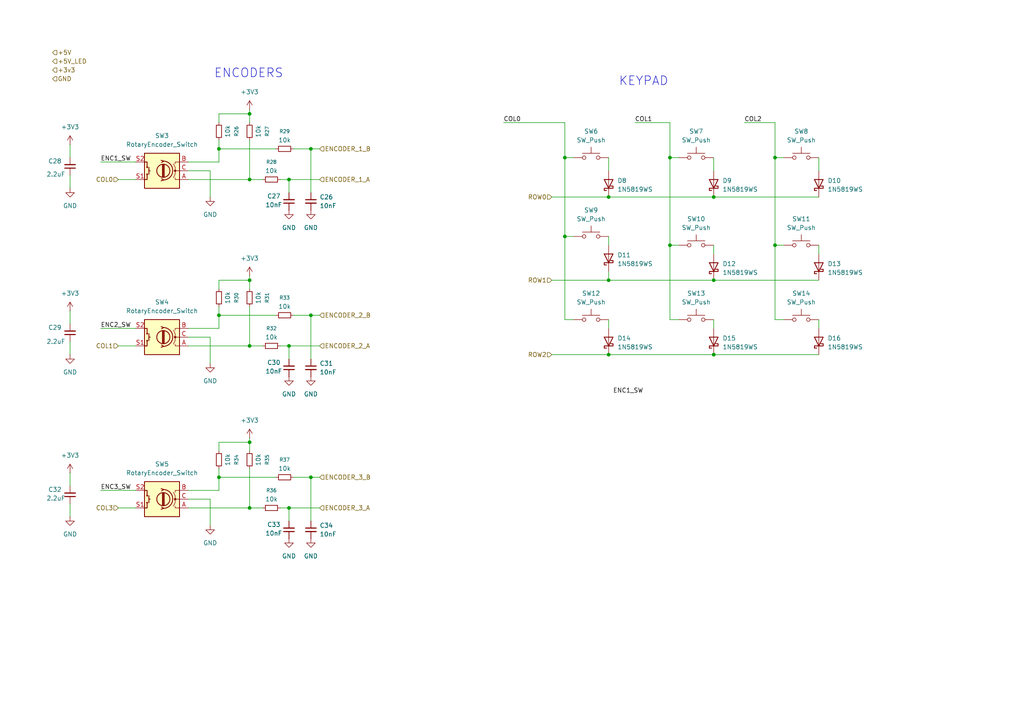
<source format=kicad_sch>
(kicad_sch (version 20250114) (generator "eeschema") (generator_version "9.0")
  (paper "A4")
  (lib_symbols
    (symbol "Device:C_Small" (pin_numbers (hide yes)) (pin_names (offset 0.254) (hide yes))
      (property "Reference" "C" (at 0.254 1.778 0))
      (property "Value" "C_Small" (at 0.254 -2.032 0))
      (symbol "C_Small_0_1"
        (polyline (pts (xy -1.524 0.508) (xy 1.524 0.508)) (stroke (width 0.3048)))
        (polyline (pts (xy -1.524 -0.508) (xy 1.524 -0.508)) (stroke (width 0.3302)))
      )
      (symbol "C_Small_1_1"
        (pin passive line (at 0 2.54 270) (length 2.032) (name "~") (number "1"))
        (pin passive line (at 0 -2.54 90) (length 2.032) (name "~") (number "2"))
      )
    )
    (symbol "Device:R_Small" (pin_numbers (hide yes)) (pin_names (offset 0.254) (hide yes))
      (property "Reference" "R" (at 0 0 90))
      (property "Value" "R_Small" (at 1.778 0 90))
      (symbol "R_Small_0_1"
        (rectangle (start -0.762 1.778) (end 0.762 -1.778) (stroke (width 0.2032)))
      )
      (symbol "R_Small_1_1"
        (pin passive line (at 0 2.54 270) (length 0.762) (name "~") (number "1"))
        (pin passive line (at 0 -2.54 90) (length 0.762) (name "~") (number "2"))
      )
    )
    (symbol "Device:RotaryEncoder_Switch" (pin_names (offset 0.254) (hide yes))
      (property "Reference" "SW" (at 0 6.604 0))
      (property "Value" "RotaryEncoder_Switch" (at 0 -6.604 0))
      (symbol "RotaryEncoder_Switch_0_1"
        (rectangle (start -5.08 5.08) (end 5.08 -5.08) (stroke (width 0.254)) (fill (type background)))
        (polyline (pts (xy -5.08 2.54) (xy -3.81 2.54) (xy -3.81 2.032)))
        (polyline (pts (xy -5.08 0) (xy -3.81 0) (xy -3.81 -1.016) (xy -3.302 -2.032)))
        (polyline (pts (xy -5.08 -2.54) (xy -3.81 -2.54) (xy -3.81 -2.032)))
        (polyline (pts (xy -4.318 0) (xy -3.81 0) (xy -3.81 1.016) (xy -3.302 2.032)))
        (circle (center -3.81 0) (radius 0.254) (fill (type outline)))
        (polyline (pts (xy -0.635 -1.778) (xy -0.635 1.778)) (stroke (width 0.254)))
        (circle (center -0.381 0) (radius 1.905) (stroke (width 0.254)))
        (polyline (pts (xy -0.381 -1.778) (xy -0.381 1.778)) (stroke (width 0.254)))
        (arc (start -0.381 -2.794) (mid -3.0988 -0.0635) (end -0.381 2.667) (stroke (width 0.254)))
        (polyline (pts (xy -0.127 1.778) (xy -0.127 -1.778)) (stroke (width 0.254)))
        (polyline (pts (xy 0.254 2.921) (xy -0.508 2.667) (xy 0.127 2.286)) (stroke (width 0.254)))
        (polyline (pts (xy 0.254 -3.048) (xy -0.508 -2.794) (xy 0.127 -2.413)) (stroke (width 0.254)))
        (polyline (pts (xy 3.81 1.016) (xy 3.81 -1.016)) (stroke (width 0.254)))
        (polyline (pts (xy 3.81 0) (xy 3.429 0)) (stroke (width 0.254)))
        (circle (center 4.318 1.016) (radius 0.127) (stroke (width 0.254)))
        (circle (center 4.318 -1.016) (radius 0.127) (stroke (width 0.254)))
        (polyline (pts (xy 5.08 2.54) (xy 4.318 2.54) (xy 4.318 1.016)) (stroke (width 0.254)))
        (polyline (pts (xy 5.08 -2.54) (xy 4.318 -2.54) (xy 4.318 -1.016)) (stroke (width 0.254)))
      )
      (symbol "RotaryEncoder_Switch_1_1"
        (pin passive line (at -7.62 2.54 0) (length 2.54) (name "A") (number "A"))
        (pin passive line (at -7.62 0 0) (length 2.54) (name "C") (number "C"))
        (pin passive line (at -7.62 -2.54 0) (length 2.54) (name "B") (number "B"))
        (pin passive line (at 7.62 2.54 180) (length 2.54) (name "S1") (number "S1"))
        (pin passive line (at 7.62 -2.54 180) (length 2.54) (name "S2") (number "S2"))
      )
    )
    (symbol "Diode:1N5819WS" (pin_numbers (hide yes)) (pin_names (offset 1.016) (hide yes))
      (property "Reference" "D" (at 0 2.54 0))
      (property "Value" "1N5819WS" (at 0 -2.54 0))
      (symbol "1N5819WS_0_1"
        (polyline (pts (xy -1.905 0.635) (xy -1.905 1.27) (xy -1.27 1.27) (xy -1.27 -1.27) (xy -0.635 -1.27) (xy -0.635 -0.635)) (stroke (width 0.254)))
        (polyline (pts (xy 1.27 1.27) (xy 1.27 -1.27) (xy -1.27 0) (xy 1.27 1.27)) (stroke (width 0.254)))
        (polyline (pts (xy 1.27 0) (xy -1.27 0)))
      )
      (symbol "1N5819WS_1_1"
        (pin passive line (at -3.81 0 0) (length 2.54) (name "K") (number "1"))
        (pin passive line (at 3.81 0 180) (length 2.54) (name "A") (number "2"))
      )
    )
    (symbol "Switch:SW_Push" (pin_numbers (hide yes)) (pin_names (offset 1.016) (hide yes))
      (property "Reference" "SW" (at 1.27 2.54 0))
      (property "Value" "SW_Push" (at 0 -1.524 0))
      (symbol "SW_Push_0_1"
        (circle (center -2.032 0) (radius 0.508))
        (polyline (pts (xy 0 1.27) (xy 0 3.048)))
        (circle (center 2.032 0) (radius 0.508))
        (polyline (pts (xy 2.54 1.27) (xy -2.54 1.27)))
        (pin passive line (at -5.08 0 0) (length 2.54) (name "1") (number "1"))
        (pin passive line (at 5.08 0 180) (length 2.54) (name "2") (number "2"))
      )
    )
    (symbol "power:+3V3" (power) (pin_numbers (hide yes)) (pin_names (offset 0) (hide yes))
      (property "Value" "+3V3" (at 0 3.556 0))
      (symbol "+3V3_0_1"
        (polyline (pts (xy -0.762 1.27) (xy 0 2.54)))
        (polyline (pts (xy 0 2.54) (xy 0.762 1.27)))
        (polyline (pts (xy 0 0) (xy 0 2.54)))
      )
      (symbol "+3V3_1_1"
        (pin power_in line (at 0 0 90) (length 0) (name "~") (number "1"))
      )
    )
    (symbol "power:GND" (power) (pin_numbers (hide yes)) (pin_names (offset 0) (hide yes))
      (property "Value" "GND" (at 0 -3.81 0))
      (symbol "GND_0_1"
        (polyline (pts (xy 0 0) (xy 0 -1.27) (xy 1.27 -1.27) (xy 0 -2.54) (xy -1.27 -1.27) (xy 0 -1.27)))
      )
      (symbol "GND_1_1"
        (pin power_in line (at 0 0 270) (length 0) (name "~") (number "1"))
      )
    )
  )
  (text "KEYPAD" (at 186.69 23.622 0) (effects (font (size 2.54 2.54))))
  (text "ENCODERS" (at 72.136 21.336 0) (effects (font (size 2.54 2.54))))
  (junction (at 207.01 57.15))
  (junction (at 90.17 43.18))
  (junction (at 63.5 43.18))
  (junction (at 72.39 147.32))
  (junction (at 72.39 128.27))
  (junction (at 194.31 71.12))
  (junction (at 207.01 81.28))
  (junction (at 72.39 52.07))
  (junction (at 83.82 147.32))
  (junction (at 90.17 91.44))
  (junction (at 176.53 81.28))
  (junction (at 83.82 100.33))
  (junction (at 207.01 102.87))
  (junction (at 224.79 71.12))
  (junction (at 63.5 138.43))
  (junction (at 163.83 68.58))
  (junction (at 163.83 45.72))
  (junction (at 176.53 57.15))
  (junction (at 72.39 33.02))
  (junction (at 83.82 52.07))
  (junction (at 90.17 138.43))
  (junction (at 72.39 81.28))
  (junction (at 72.39 100.33))
  (junction (at 63.5 91.44))
  (junction (at 194.31 45.72))
  (junction (at 176.53 102.87))
  (junction (at 224.79 45.72))
  (wire (pts (xy 54.61 95.25) (xy 63.5 95.25)))
  (wire (pts (xy 224.79 92.71) (xy 227.33 92.71)))
  (wire (pts (xy 54.61 97.79) (xy 60.96 97.79)))
  (wire (pts (xy 207.01 45.72) (xy 207.01 49.53)))
  (wire (pts (xy 72.39 128.27) (xy 72.39 130.81)))
  (wire (pts (xy 63.5 81.28) (xy 72.39 81.28)))
  (wire (pts (xy 72.39 52.07) (xy 76.2 52.07)))
  (wire (pts (xy 194.31 35.56) (xy 194.31 45.72)))
  (wire (pts (xy 54.61 100.33) (xy 72.39 100.33)))
  (wire (pts (xy 207.01 71.12) (xy 207.01 73.66)))
  (wire (pts (xy 163.83 35.56) (xy 163.83 45.72)))
  (wire (pts (xy 215.9 35.56) (xy 224.79 35.56)))
  (wire (pts (xy 160.02 81.28) (xy 176.53 81.28)))
  (wire (pts (xy 72.39 128.27) (xy 72.39 127)))
  (wire (pts (xy 194.31 71.12) (xy 196.85 71.12)))
  (wire (pts (xy 20.32 41.91) (xy 20.32 45.72)))
  (wire (pts (xy 83.82 147.32) (xy 83.82 151.13)))
  (wire (pts (xy 29.21 46.99) (xy 39.37 46.99)))
  (wire (pts (xy 163.83 45.72) (xy 166.37 45.72)))
  (wire (pts (xy 207.01 81.28) (xy 237.49 81.28)))
  (wire (pts (xy 54.61 142.24) (xy 63.5 142.24)))
  (wire (pts (xy 83.82 100.33) (xy 83.82 104.14)))
  (wire (pts (xy 72.39 33.02) (xy 72.39 31.75)))
  (wire (pts (xy 83.82 52.07) (xy 92.71 52.07)))
  (wire (pts (xy 63.5 40.64) (xy 63.5 43.18)))
  (wire (pts (xy 63.5 91.44) (xy 80.01 91.44)))
  (wire (pts (xy 224.79 71.12) (xy 224.79 92.71)))
  (wire (pts (xy 81.28 52.07) (xy 83.82 52.07)))
  (wire (pts (xy 160.02 57.15) (xy 176.53 57.15)))
  (wire (pts (xy 85.09 138.43) (xy 90.17 138.43)))
  (wire (pts (xy 176.53 92.71) (xy 176.53 95.25)))
  (wire (pts (xy 72.39 135.89) (xy 72.39 147.32)))
  (wire (pts (xy 34.29 100.33) (xy 39.37 100.33)))
  (wire (pts (xy 85.09 43.18) (xy 90.17 43.18)))
  (wire (pts (xy 54.61 144.78) (xy 60.96 144.78)))
  (wire (pts (xy 34.29 52.07) (xy 39.37 52.07)))
  (wire (pts (xy 207.01 92.71) (xy 207.01 95.25)))
  (wire (pts (xy 207.01 102.87) (xy 237.49 102.87)))
  (wire (pts (xy 63.5 91.44) (xy 63.5 95.25)))
  (wire (pts (xy 184.15 35.56) (xy 194.31 35.56)))
  (wire (pts (xy 81.28 147.32) (xy 83.82 147.32)))
  (wire (pts (xy 163.83 45.72) (xy 163.83 68.58)))
  (wire (pts (xy 83.82 147.32) (xy 92.71 147.32)))
  (wire (pts (xy 163.83 92.71) (xy 166.37 92.71)))
  (wire (pts (xy 163.83 68.58) (xy 163.83 92.71)))
  (wire (pts (xy 63.5 83.82) (xy 63.5 81.28)))
  (wire (pts (xy 20.32 137.16) (xy 20.32 140.97)))
  (wire (pts (xy 85.09 91.44) (xy 90.17 91.44)))
  (wire (pts (xy 20.32 50.8) (xy 20.32 54.61)))
  (wire (pts (xy 54.61 49.53) (xy 60.96 49.53)))
  (wire (pts (xy 83.82 100.33) (xy 92.71 100.33)))
  (wire (pts (xy 29.21 95.25) (xy 39.37 95.25)))
  (wire (pts (xy 237.49 71.12) (xy 237.49 73.66)))
  (wire (pts (xy 176.53 78.74) (xy 176.53 81.28)))
  (wire (pts (xy 54.61 46.99) (xy 63.5 46.99)))
  (wire (pts (xy 63.5 128.27) (xy 72.39 128.27)))
  (wire (pts (xy 60.96 49.53) (xy 60.96 57.15)))
  (wire (pts (xy 163.83 68.58) (xy 166.37 68.58)))
  (wire (pts (xy 63.5 33.02) (xy 72.39 33.02)))
  (wire (pts (xy 20.32 90.17) (xy 20.32 93.98)))
  (wire (pts (xy 60.96 144.78) (xy 60.96 152.4)))
  (wire (pts (xy 72.39 81.28) (xy 72.39 80.01)))
  (wire (pts (xy 20.32 146.05) (xy 20.32 149.86)))
  (wire (pts (xy 81.28 100.33) (xy 83.82 100.33)))
  (wire (pts (xy 224.79 35.56) (xy 224.79 45.72)))
  (wire (pts (xy 176.53 45.72) (xy 176.53 49.53)))
  (wire (pts (xy 63.5 138.43) (xy 80.01 138.43)))
  (wire (pts (xy 176.53 102.87) (xy 207.01 102.87)))
  (wire (pts (xy 90.17 138.43) (xy 90.17 151.13)))
  (wire (pts (xy 54.61 52.07) (xy 72.39 52.07)))
  (wire (pts (xy 90.17 43.18) (xy 90.17 55.88)))
  (wire (pts (xy 72.39 88.9) (xy 72.39 100.33)))
  (wire (pts (xy 72.39 147.32) (xy 76.2 147.32)))
  (wire (pts (xy 146.05 35.56) (xy 163.83 35.56)))
  (wire (pts (xy 194.31 92.71) (xy 196.85 92.71)))
  (wire (pts (xy 90.17 91.44) (xy 90.17 104.14)))
  (wire (pts (xy 72.39 33.02) (xy 72.39 35.56)))
  (wire (pts (xy 224.79 45.72) (xy 224.79 71.12)))
  (wire (pts (xy 63.5 35.56) (xy 63.5 33.02)))
  (wire (pts (xy 20.32 99.06) (xy 20.32 102.87)))
  (wire (pts (xy 207.01 57.15) (xy 237.49 57.15)))
  (wire (pts (xy 60.96 97.79) (xy 60.96 105.41)))
  (wire (pts (xy 224.79 71.12) (xy 227.33 71.12)))
  (wire (pts (xy 54.61 147.32) (xy 72.39 147.32)))
  (wire (pts (xy 176.53 57.15) (xy 207.01 57.15)))
  (wire (pts (xy 63.5 43.18) (xy 63.5 46.99)))
  (wire (pts (xy 63.5 88.9) (xy 63.5 91.44)))
  (wire (pts (xy 63.5 135.89) (xy 63.5 138.43)))
  (wire (pts (xy 72.39 40.64) (xy 72.39 52.07)))
  (wire (pts (xy 72.39 81.28) (xy 72.39 83.82)))
  (wire (pts (xy 83.82 52.07) (xy 83.82 55.88)))
  (wire (pts (xy 90.17 138.43) (xy 92.71 138.43)))
  (wire (pts (xy 194.31 45.72) (xy 196.85 45.72)))
  (wire (pts (xy 34.29 147.32) (xy 39.37 147.32)))
  (wire (pts (xy 176.53 68.58) (xy 176.53 71.12)))
  (wire (pts (xy 90.17 43.18) (xy 92.71 43.18)))
  (wire (pts (xy 237.49 92.71) (xy 237.49 95.25)))
  (wire (pts (xy 29.21 142.24) (xy 39.37 142.24)))
  (wire (pts (xy 194.31 71.12) (xy 194.31 92.71)))
  (wire (pts (xy 72.39 100.33) (xy 76.2 100.33)))
  (wire (pts (xy 90.17 91.44) (xy 92.71 91.44)))
  (wire (pts (xy 194.31 45.72) (xy 194.31 71.12)))
  (wire (pts (xy 160.02 102.87) (xy 176.53 102.87)))
  (wire (pts (xy 63.5 130.81) (xy 63.5 128.27)))
  (wire (pts (xy 237.49 45.72) (xy 237.49 49.53)))
  (wire (pts (xy 176.53 81.28) (xy 207.01 81.28)))
  (wire (pts (xy 63.5 138.43) (xy 63.5 142.24)))
  (wire (pts (xy 224.79 45.72) (xy 227.33 45.72)))
  (wire (pts (xy 63.5 43.18) (xy 80.01 43.18)))
  (label "COL1" (at 184.15 35.56 0))
  (label "COL0" (at 146.05 35.56 0))
  (label "ENC2_SW" (at 29.21 95.25 0))
  (label "ENC3_SW" (at 29.21 142.24 0))
  (label "COL2" (at 215.9 35.56 0))
  (label "ENC1_SW" (at 177.8 114.3 0))
  (label "ENC1_SW" (at 29.21 46.99 0))
  (hierarchical_label "ENCODER_1_B" (shape input) (at 92.71 43.18 0))
  (hierarchical_label "ENCODER_3_A" (shape input) (at 92.71 147.32 0))
  (hierarchical_label "COL0" (shape input) (at 34.29 52.07 180))
  (hierarchical_label "ROW2" (shape input) (at 160.02 102.87 180))
  (hierarchical_label "ENCODER_2_A" (shape input) (at 92.71 100.33 0))
  (hierarchical_label "ENCODER_2_B" (shape input) (at 92.71 91.44 0))
  (hierarchical_label "GND" (shape input) (at 15.24 22.86 0))
  (hierarchical_label "COL3" (shape input) (at 34.29 147.32 180))
  (hierarchical_label "ENCODER_3_B" (shape input) (at 92.71 138.43 0))
  (hierarchical_label "+3v3" (shape input) (at 15.24 20.32 0))
  (hierarchical_label "COL1" (shape input) (at 34.29 100.33 180))
  (hierarchical_label "+5V" (shape input) (at 15.24 15.24 0))
  (hierarchical_label "ENCODER_1_A" (shape input) (at 92.71 52.07 0))
  (hierarchical_label "+5V_LED" (shape input) (at 15.24 17.78 0))
  (hierarchical_label "ROW0" (shape input) (at 160.02 57.15 180))
  (hierarchical_label "ROW1" (shape input) (at 160.02 81.28 180))
  (symbol (lib_id "Switch:SW_Push") (at 232.41 92.71 0) (unit 1)
    (property "Reference" "SW14" (at 232.41 85.09 0))
    (property "Value" "SW_Push" (at 232.41 87.63 0))
    (property "Description" "Push button switch, generic, two pins" (effects (hide yes)))
  )
  (symbol (lib_id "Device:RotaryEncoder_Switch") (at 46.99 49.53 180) (unit 1)
    (property "Reference" "SW3" (at 46.99 39.37 0))
    (property "Value" "RotaryEncoder_Switch" (at 46.99 41.91 0))
    (property "Description" "Rotary encoder, dual channel, incremental quadrate outputs, with switch" (effects (hide yes)))
  )
  (symbol (lib_id "Diode:1N5819WS") (at 207.01 53.34 90) (unit 1)
    (property "Reference" "D9" (at 209.55 52.3874 90) (effects (justify right)))
    (property "Value" "1N5819WS" (at 209.55 54.9274 90) (effects (justify right)))
    (property "Footprint" "Diode_SMD:D_SOD-323" (effects (hide yes)))
    (property "Datasheet" "https://datasheet.lcsc.com/lcsc/2204281430_Guangdong-Hottech-1N5819WS_C191023.pdf" (effects (hide yes)))
    (property "Description" "40V 600mV@1A 1A SOD-323 Schottky Barrier Diodes, SOD-323" (effects (hide yes)))
  )
  (symbol (lib_id "power:GND") (at 90.17 109.22 0) (unit 1)
    (property "Reference" "#PWR062" (effects (hide yes)))
    (property "Value" "GND" (at 90.17 114.3 0))
    (property "Description" "Power symbol creates a global label with name \"GND\" , ground" (effects (hide yes)))
  )
  (symbol (lib_id "Device:R_Small") (at 82.55 91.44 90) (unit 1)
    (property "Reference" "R33" (at 82.55 86.36 90) (effects (font (size 1.016 1.016))))
    (property "Value" "10k" (at 82.55 88.9 90))
    (property "Description" "Resistor, small symbol" (effects (hide yes)))
  )
  (symbol (lib_id "Switch:SW_Push") (at 232.41 45.72 0) (unit 1)
    (property "Reference" "SW8" (at 232.41 38.1 0))
    (property "Value" "SW_Push" (at 232.41 40.64 0))
    (property "Description" "Push button switch, generic, two pins" (effects (hide yes)))
  )
  (symbol (lib_id "Device:R_Small") (at 63.5 133.35 0) (unit 1)
    (property "Reference" "R34" (at 68.58 133.35 90) (effects (font (size 1.016 1.016))))
    (property "Value" "10k" (at 66.04 133.35 90))
    (property "Description" "Resistor, small symbol" (effects (hide yes)))
  )
  (symbol (lib_id "power:+3V3") (at 20.32 137.16 0) (unit 1)
    (property "Reference" "#PWR063" (effects (hide yes)))
    (property "Value" "+3V3" (at 20.32 132.08 0))
    (property "Description" "Power symbol creates a global label with name \"+3V3\"" (effects (hide yes)))
  )
  (symbol (lib_id "power:GND") (at 83.82 109.22 0) (unit 1)
    (property "Reference" "#PWR061" (effects (hide yes)))
    (property "Value" "GND" (at 83.82 114.3 0))
    (property "Description" "Power symbol creates a global label with name \"GND\" , ground" (effects (hide yes)))
  )
  (symbol (lib_id "Switch:SW_Push") (at 171.45 45.72 0) (unit 1)
    (property "Reference" "SW6" (at 171.45 38.1 0))
    (property "Value" "SW_Push" (at 171.45 40.64 0))
    (property "Description" "Push button switch, generic, two pins" (effects (hide yes)))
  )
  (symbol (lib_id "Diode:1N5819WS") (at 207.01 77.47 90) (unit 1)
    (property "Reference" "D12" (at 209.55 76.5174 90) (effects (justify right)))
    (property "Value" "1N5819WS" (at 209.55 79.0574 90) (effects (justify right)))
    (property "Footprint" "Diode_SMD:D_SOD-323" (effects (hide yes)))
    (property "Datasheet" "https://datasheet.lcsc.com/lcsc/2204281430_Guangdong-Hottech-1N5819WS_C191023.pdf" (effects (hide yes)))
    (property "Description" "40V 600mV@1A 1A SOD-323 Schottky Barrier Diodes, SOD-323" (effects (hide yes)))
  )
  (symbol (lib_id "Device:R_Small") (at 82.55 138.43 90) (unit 1)
    (property "Reference" "R37" (at 82.55 133.35 90) (effects (font (size 1.016 1.016))))
    (property "Value" "10k" (at 82.55 135.89 90))
    (property "Description" "Resistor, small symbol" (effects (hide yes)))
  )
  (symbol (lib_id "power:+3V3") (at 20.32 41.91 0) (unit 1)
    (property "Reference" "#PWR055" (effects (hide yes)))
    (property "Value" "+3V3" (at 20.32 36.83 0))
    (property "Description" "Power symbol creates a global label with name \"+3V3\"" (effects (hide yes)))
  )
  (symbol (lib_id "Device:R_Small") (at 78.74 100.33 90) (unit 1)
    (property "Reference" "R32" (at 78.74 95.25 90) (effects (font (size 1.016 1.016))))
    (property "Value" "10k" (at 78.74 97.79 90))
    (property "Description" "Resistor, small symbol" (effects (hide yes)))
  )
  (symbol (lib_id "power:GND") (at 60.96 105.41 0) (unit 1)
    (property "Reference" "#PWR059" (effects (hide yes)))
    (property "Value" "GND" (at 60.96 110.49 0))
    (property "Description" "Power symbol creates a global label with name \"GND\" , ground" (effects (hide yes)))
  )
  (symbol (lib_id "Device:C_Small") (at 90.17 153.67 0) (unit 1)
    (property "Reference" "C34" (at 92.71 152.4062 0) (effects (justify left)))
    (property "Value" "10nF" (at 92.71 154.9462 0) (effects (justify left)))
    (property "Description" "Unpolarized capacitor, small symbol" (effects (hide yes)))
  )
  (symbol (lib_id "Diode:1N5819WS") (at 237.49 77.47 90) (unit 1)
    (property "Reference" "D13" (at 240.03 76.5174 90) (effects (justify right)))
    (property "Value" "1N5819WS" (at 240.03 79.0574 90) (effects (justify right)))
    (property "Footprint" "Diode_SMD:D_SOD-323" (effects (hide yes)))
    (property "Datasheet" "https://datasheet.lcsc.com/lcsc/2204281430_Guangdong-Hottech-1N5819WS_C191023.pdf" (effects (hide yes)))
    (property "Description" "40V 600mV@1A 1A SOD-323 Schottky Barrier Diodes, SOD-323" (effects (hide yes)))
  )
  (symbol (lib_id "power:+3V3") (at 72.39 80.01 0) (unit 1)
    (property "Reference" "#PWR060" (effects (hide yes)))
    (property "Value" "+3V3" (at 72.39 74.93 0))
    (property "Description" "Power symbol creates a global label with name \"+3V3\"" (effects (hide yes)))
  )
  (symbol (lib_id "Device:C_Small") (at 83.82 106.68 180) (unit 1)
    (property "Reference" "C30" (at 77.47 105.156 0) (effects (justify right)))
    (property "Value" "10nF" (at 76.962 107.696 0) (effects (justify right)))
    (property "Description" "Unpolarized capacitor, small symbol" (effects (hide yes)))
  )
  (symbol (lib_id "Device:C_Small") (at 20.32 143.51 180) (unit 1)
    (property "Reference" "C32" (at 13.97 141.986 0) (effects (justify right)))
    (property "Value" "2.2uF" (at 13.462 144.526 0) (effects (justify right)))
    (property "Description" "Unpolarized capacitor, small symbol" (effects (hide yes)))
  )
  (symbol (lib_id "Device:C_Small") (at 83.82 58.42 180) (unit 1)
    (property "Reference" "C27" (at 77.47 56.896 0) (effects (justify right)))
    (property "Value" "10nF" (at 76.962 59.436 0) (effects (justify right)))
    (property "Description" "Unpolarized capacitor, small symbol" (effects (hide yes)))
  )
  (symbol (lib_id "Device:R_Small") (at 72.39 86.36 0) (unit 1)
    (property "Reference" "R31" (at 77.47 86.36 90) (effects (font (size 1.016 1.016))))
    (property "Value" "10k" (at 74.93 86.36 90))
    (property "Description" "Resistor, small symbol" (effects (hide yes)))
  )
  (symbol (lib_id "Diode:1N5819WS") (at 237.49 53.34 90) (unit 1)
    (property "Reference" "D10" (at 240.03 52.3874 90) (effects (justify right)))
    (property "Value" "1N5819WS" (at 240.03 54.9274 90) (effects (justify right)))
    (property "Footprint" "Diode_SMD:D_SOD-323" (effects (hide yes)))
    (property "Datasheet" "https://datasheet.lcsc.com/lcsc/2204281430_Guangdong-Hottech-1N5819WS_C191023.pdf" (effects (hide yes)))
    (property "Description" "40V 600mV@1A 1A SOD-323 Schottky Barrier Diodes, SOD-323" (effects (hide yes)))
  )
  (symbol (lib_id "Device:R_Small") (at 63.5 86.36 0) (unit 1)
    (property "Reference" "R30" (at 68.58 86.36 90) (effects (font (size 1.016 1.016))))
    (property "Value" "10k" (at 66.04 86.36 90))
    (property "Description" "Resistor, small symbol" (effects (hide yes)))
  )
  (symbol (lib_id "power:+3V3") (at 72.39 31.75 0) (unit 1)
    (property "Reference" "#PWR052" (effects (hide yes)))
    (property "Value" "+3V3" (at 72.39 26.67 0))
    (property "Description" "Power symbol creates a global label with name \"+3V3\"" (effects (hide yes)))
  )
  (symbol (lib_id "power:GND") (at 20.32 54.61 0) (unit 1)
    (property "Reference" "#PWR056" (effects (hide yes)))
    (property "Value" "GND" (at 20.32 59.69 0))
    (property "Description" "Power symbol creates a global label with name \"GND\" , ground" (effects (hide yes)))
  )
  (symbol (lib_id "power:+3V3") (at 72.39 127 0) (unit 1)
    (property "Reference" "#PWR066" (effects (hide yes)))
    (property "Value" "+3V3" (at 72.39 121.92 0))
    (property "Description" "Power symbol creates a global label with name \"+3V3\"" (effects (hide yes)))
  )
  (symbol (lib_id "Switch:SW_Push") (at 201.93 45.72 0) (unit 1)
    (property "Reference" "SW7" (at 201.93 38.1 0))
    (property "Value" "SW_Push" (at 201.93 40.64 0))
    (property "Description" "Push button switch, generic, two pins" (effects (hide yes)))
  )
  (symbol (lib_id "Device:C_Small") (at 90.17 58.42 0) (unit 1)
    (property "Reference" "C26" (at 92.71 57.1562 0) (effects (justify left)))
    (property "Value" "10nF" (at 92.71 59.6962 0) (effects (justify left)))
    (property "Description" "Unpolarized capacitor, small symbol" (effects (hide yes)))
  )
  (symbol (lib_id "Switch:SW_Push") (at 171.45 92.71 0) (unit 1)
    (property "Reference" "SW12" (at 171.45 85.09 0))
    (property "Value" "SW_Push" (at 171.45 87.63 0))
    (property "Description" "Push button switch, generic, two pins" (effects (hide yes)))
  )
  (symbol (lib_id "Device:C_Small") (at 20.32 48.26 180) (unit 1)
    (property "Reference" "C28" (at 13.97 46.736 0) (effects (justify right)))
    (property "Value" "2.2uF" (at 13.462 50.546 0) (effects (justify right)))
    (property "Description" "Unpolarized capacitor, small symbol" (effects (hide yes)))
  )
  (symbol (lib_id "Switch:SW_Push") (at 232.41 71.12 0) (unit 1)
    (property "Reference" "SW11" (at 232.41 63.5 0))
    (property "Value" "SW_Push" (at 232.41 66.04 0))
    (property "Description" "Push button switch, generic, two pins" (effects (hide yes)))
  )
  (symbol (lib_id "power:GND") (at 83.82 156.21 0) (unit 1)
    (property "Reference" "#PWR067" (effects (hide yes)))
    (property "Value" "GND" (at 83.82 161.29 0))
    (property "Description" "Power symbol creates a global label with name \"GND\" , ground" (effects (hide yes)))
  )
  (symbol (lib_id "power:GND") (at 20.32 102.87 0) (unit 1)
    (property "Reference" "#PWR058" (effects (hide yes)))
    (property "Value" "GND" (at 20.32 107.95 0))
    (property "Description" "Power symbol creates a global label with name \"GND\" , ground" (effects (hide yes)))
  )
  (symbol (lib_id "Device:R_Small") (at 78.74 52.07 90) (unit 1)
    (property "Reference" "R28" (at 78.74 46.99 90) (effects (font (size 1.016 1.016))))
    (property "Value" "10k" (at 78.74 49.53 90))
    (property "Description" "Resistor, small symbol" (effects (hide yes)))
  )
  (symbol (lib_id "Device:R_Small") (at 78.74 147.32 90) (unit 1)
    (property "Reference" "R36" (at 78.74 142.24 90) (effects (font (size 1.016 1.016))))
    (property "Value" "10k" (at 78.74 144.78 90))
    (property "Description" "Resistor, small symbol" (effects (hide yes)))
  )
  (symbol (lib_id "Switch:SW_Push") (at 171.45 68.58 0) (unit 1)
    (property "Reference" "SW9" (at 171.45 60.96 0))
    (property "Value" "SW_Push" (at 171.45 63.5 0))
    (property "Description" "Push button switch, generic, two pins" (effects (hide yes)))
  )
  (symbol (lib_id "power:GND") (at 90.17 60.96 0) (unit 1)
    (property "Reference" "#PWR054" (effects (hide yes)))
    (property "Value" "GND" (at 90.17 66.04 0))
    (property "Description" "Power symbol creates a global label with name \"GND\" , ground" (effects (hide yes)))
  )
  (symbol (lib_id "Diode:1N5819WS") (at 176.53 99.06 90) (unit 1)
    (property "Reference" "D14" (at 179.07 98.1074 90) (effects (justify right)))
    (property "Value" "1N5819WS" (at 179.07 100.6474 90) (effects (justify right)))
    (property "Footprint" "Diode_SMD:D_SOD-323" (effects (hide yes)))
    (property "Datasheet" "https://datasheet.lcsc.com/lcsc/2204281430_Guangdong-Hottech-1N5819WS_C191023.pdf" (effects (hide yes)))
    (property "Description" "40V 600mV@1A 1A SOD-323 Schottky Barrier Diodes, SOD-323" (effects (hide yes)))
  )
  (symbol (lib_id "power:+3V3") (at 20.32 90.17 0) (unit 1)
    (property "Reference" "#PWR057" (effects (hide yes)))
    (property "Value" "+3V3" (at 20.32 85.09 0))
    (property "Description" "Power symbol creates a global label with name \"+3V3\"" (effects (hide yes)))
  )
  (symbol (lib_id "Device:R_Small") (at 72.39 133.35 0) (unit 1)
    (property "Reference" "R35" (at 77.47 133.35 90) (effects (font (size 1.016 1.016))))
    (property "Value" "10k" (at 74.93 133.35 90))
    (property "Description" "Resistor, small symbol" (effects (hide yes)))
  )
  (symbol (lib_id "power:GND") (at 20.32 149.86 0) (unit 1)
    (property "Reference" "#PWR064" (effects (hide yes)))
    (property "Value" "GND" (at 20.32 154.94 0))
    (property "Description" "Power symbol creates a global label with name \"GND\" , ground" (effects (hide yes)))
  )
  (symbol (lib_id "Device:C_Small") (at 20.32 96.52 180) (unit 1)
    (property "Reference" "C29" (at 13.97 94.996 0) (effects (justify right)))
    (property "Value" "2.2uF" (at 13.462 99.06 0) (effects (justify right)))
    (property "Description" "Unpolarized capacitor, small symbol" (effects (hide yes)))
  )
  (symbol (lib_id "Device:R_Small") (at 63.5 38.1 0) (unit 1)
    (property "Reference" "R26" (at 68.58 38.1 90) (effects (font (size 1.016 1.016))))
    (property "Value" "10k" (at 66.04 38.1 90))
    (property "Description" "Resistor, small symbol" (effects (hide yes)))
  )
  (symbol (lib_id "Switch:SW_Push") (at 201.93 92.71 0) (unit 1)
    (property "Reference" "SW13" (at 201.93 85.09 0))
    (property "Value" "SW_Push" (at 201.93 87.63 0))
    (property "Description" "Push button switch, generic, two pins" (effects (hide yes)))
  )
  (symbol (lib_id "power:GND") (at 83.82 60.96 0) (unit 1)
    (property "Reference" "#PWR053" (effects (hide yes)))
    (property "Value" "GND" (at 83.82 66.04 0))
    (property "Description" "Power symbol creates a global label with name \"GND\" , ground" (effects (hide yes)))
  )
  (symbol (lib_id "Device:RotaryEncoder_Switch") (at 46.99 97.79 180) (unit 1)
    (property "Reference" "SW4" (at 46.99 87.63 0))
    (property "Value" "RotaryEncoder_Switch" (at 46.99 90.17 0))
    (property "Description" "Rotary encoder, dual channel, incremental quadrate outputs, with switch" (effects (hide yes)))
  )
  (symbol (lib_id "Device:R_Small") (at 82.55 43.18 90) (unit 1)
    (property "Reference" "R29" (at 82.55 38.1 90) (effects (font (size 1.016 1.016))))
    (property "Value" "10k" (at 82.55 40.64 90))
    (property "Description" "Resistor, small symbol" (effects (hide yes)))
  )
  (symbol (lib_id "Diode:1N5819WS") (at 176.53 74.93 90) (unit 1)
    (property "Reference" "D11" (at 179.07 73.9774 90) (effects (justify right)))
    (property "Value" "1N5819WS" (at 179.07 76.5174 90) (effects (justify right)))
    (property "Footprint" "Diode_SMD:D_SOD-323" (effects (hide yes)))
    (property "Datasheet" "https://datasheet.lcsc.com/lcsc/2204281430_Guangdong-Hottech-1N5819WS_C191023.pdf" (effects (hide yes)))
    (property "Description" "40V 600mV@1A 1A SOD-323 Schottky Barrier Diodes, SOD-323" (effects (hide yes)))
  )
  (symbol (lib_id "power:GND") (at 90.17 156.21 0) (unit 1)
    (property "Reference" "#PWR068" (effects (hide yes)))
    (property "Value" "GND" (at 90.17 161.29 0))
    (property "Description" "Power symbol creates a global label with name \"GND\" , ground" (effects (hide yes)))
  )
  (symbol (lib_id "Diode:1N5819WS") (at 207.01 99.06 90) (unit 1)
    (property "Reference" "D15" (at 209.55 98.1074 90) (effects (justify right)))
    (property "Value" "1N5819WS" (at 209.55 100.6474 90) (effects (justify right)))
    (property "Footprint" "Diode_SMD:D_SOD-323" (effects (hide yes)))
    (property "Datasheet" "https://datasheet.lcsc.com/lcsc/2204281430_Guangdong-Hottech-1N5819WS_C191023.pdf" (effects (hide yes)))
    (property "Description" "40V 600mV@1A 1A SOD-323 Schottky Barrier Diodes, SOD-323" (effects (hide yes)))
  )
  (symbol (lib_id "Diode:1N5819WS") (at 176.53 53.34 90) (unit 1)
    (property "Reference" "D8" (at 179.07 52.3874 90) (effects (justify right)))
    (property "Value" "1N5819WS" (at 179.07 54.9274 90) (effects (justify right)))
    (property "Footprint" "Diode_SMD:D_SOD-323" (effects (hide yes)))
    (property "Datasheet" "https://datasheet.lcsc.com/lcsc/2204281430_Guangdong-Hottech-1N5819WS_C191023.pdf" (effects (hide yes)))
    (property "Description" "40V 600mV@1A 1A SOD-323 Schottky Barrier Diodes, SOD-323" (effects (hide yes)))
  )
  (symbol (lib_id "Switch:SW_Push") (at 201.93 71.12 0) (unit 1)
    (property "Reference" "SW10" (at 201.93 63.5 0))
    (property "Value" "SW_Push" (at 201.93 66.04 0))
    (property "Description" "Push button switch, generic, two pins" (effects (hide yes)))
  )
  (symbol (lib_id "Device:RotaryEncoder_Switch") (at 46.99 144.78 180) (unit 1)
    (property "Reference" "SW5" (at 46.99 134.62 0))
    (property "Value" "RotaryEncoder_Switch" (at 46.99 137.16 0))
    (property "Description" "Rotary encoder, dual channel, incremental quadrate outputs, with switch" (effects (hide yes)))
  )
  (symbol (lib_id "Diode:1N5819WS") (at 237.49 99.06 90) (unit 1)
    (property "Reference" "D16" (at 240.03 98.1074 90) (effects (justify right)))
    (property "Value" "1N5819WS" (at 240.03 100.6474 90) (effects (justify right)))
    (property "Footprint" "Diode_SMD:D_SOD-323" (effects (hide yes)))
    (property "Datasheet" "https://datasheet.lcsc.com/lcsc/2204281430_Guangdong-Hottech-1N5819WS_C191023.pdf" (effects (hide yes)))
    (property "Description" "40V 600mV@1A 1A SOD-323 Schottky Barrier Diodes, SOD-323" (effects (hide yes)))
  )
  (symbol (lib_id "Device:C_Small") (at 90.17 106.68 0) (unit 1)
    (property "Reference" "C31" (at 92.71 105.4162 0) (effects (justify left)))
    (property "Value" "10nF" (at 92.71 107.9562 0) (effects (justify left)))
    (property "Description" "Unpolarized capacitor, small symbol" (effects (hide yes)))
  )
  (symbol (lib_id "power:GND") (at 60.96 152.4 0) (unit 1)
    (property "Reference" "#PWR065" (effects (hide yes)))
    (property "Value" "GND" (at 60.96 157.48 0))
    (property "Description" "Power symbol creates a global label with name \"GND\" , ground" (effects (hide yes)))
  )
  (symbol (lib_id "Device:R_Small") (at 72.39 38.1 0) (unit 1)
    (property "Reference" "R27" (at 77.47 38.1 90) (effects (font (size 1.016 1.016))))
    (property "Value" "10k" (at 74.93 38.1 90))
    (property "Description" "Resistor, small symbol" (effects (hide yes)))
  )
  (symbol (lib_id "Device:C_Small") (at 83.82 153.67 180) (unit 1)
    (property "Reference" "C33" (at 77.47 152.146 0) (effects (justify right)))
    (property "Value" "10nF" (at 76.962 154.686 0) (effects (justify right)))
    (property "Description" "Unpolarized capacitor, small symbol" (effects (hide yes)))
  )
  (symbol (lib_id "power:GND") (at 60.96 57.15 0) (unit 1)
    (property "Reference" "#PWR051" (effects (hide yes)))
    (property "Value" "GND" (at 60.96 62.23 0))
    (property "Description" "Power symbol creates a global label with name \"GND\" , ground" (effects (hide yes)))
  )
)
</source>
